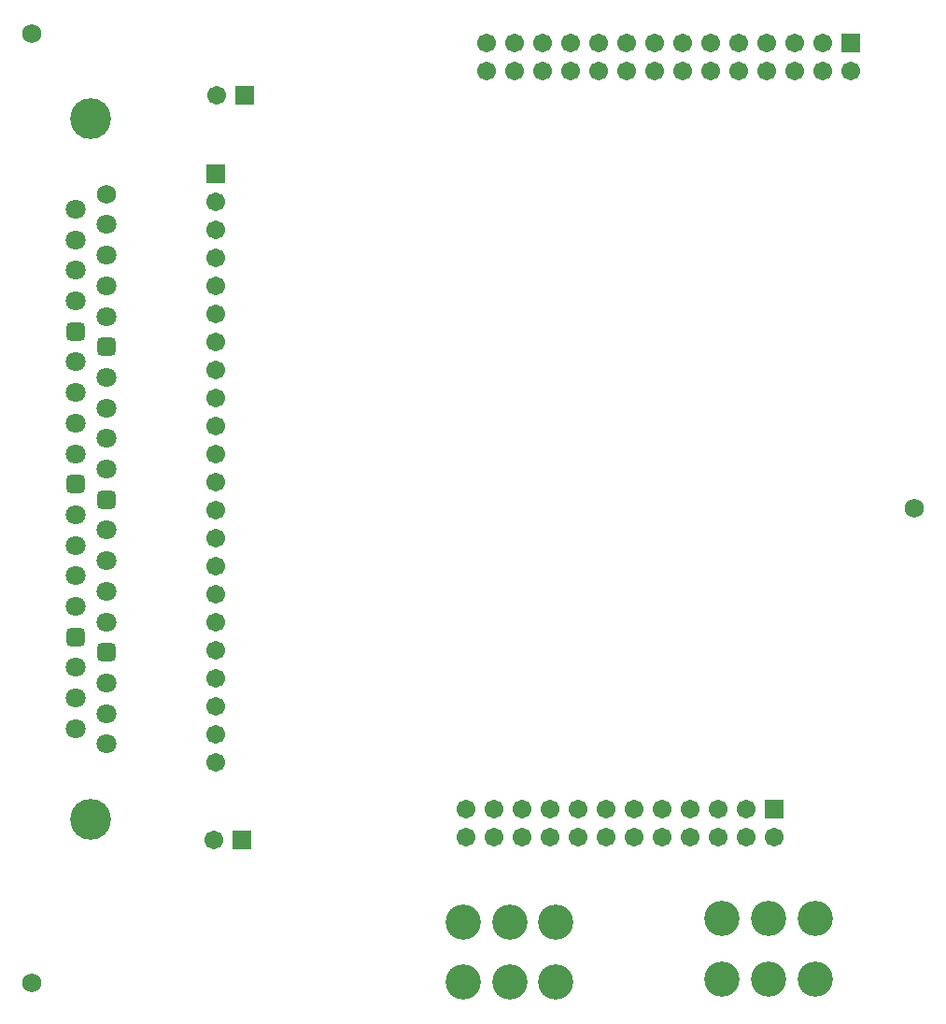
<source format=gts>
G04*
G04 #@! TF.GenerationSoftware,Altium Limited,Altium Designer,18.0.9 (584)*
G04*
G04 Layer_Color=8388736*
%FSLAX44Y44*%
%MOMM*%
G71*
G01*
G75*
%ADD13C,1.7032*%
%ADD14R,1.7032X1.7032*%
%ADD15C,1.7272*%
%ADD16R,1.7032X1.7032*%
%ADD17C,3.2032*%
%ADD18C,1.8032*%
G04:AMPARAMS|DCode=19|XSize=1.7272mm|YSize=1.7272mm|CornerRadius=0.4826mm|HoleSize=0mm|Usage=FLASHONLY|Rotation=270.000|XOffset=0mm|YOffset=0mm|HoleType=Round|Shape=RoundedRectangle|*
%AMROUNDEDRECTD19*
21,1,1.7272,0.7620,0,0,270.0*
21,1,0.7620,1.7272,0,0,270.0*
1,1,0.9652,-0.3810,-0.3810*
1,1,0.9652,-0.3810,0.3810*
1,1,0.9652,0.3810,0.3810*
1,1,0.9652,0.3810,-0.3810*
%
%ADD19ROUNDEDRECTD19*%
%ADD20C,3.7032*%
D13*
X207460Y844180D02*
D03*
X204920Y169810D02*
D03*
X757016Y891960D02*
D03*
X731616D02*
D03*
X706216D02*
D03*
X680816D02*
D03*
X655416D02*
D03*
X630016D02*
D03*
X604616D02*
D03*
X579216D02*
D03*
X553816D02*
D03*
X528416D02*
D03*
X503016D02*
D03*
X477616D02*
D03*
X452216D02*
D03*
X782416Y866560D02*
D03*
X757016D02*
D03*
X731616D02*
D03*
X706216D02*
D03*
X680816D02*
D03*
X655416D02*
D03*
X630016D02*
D03*
X604616D02*
D03*
X579216D02*
D03*
X553816D02*
D03*
X528416D02*
D03*
X503016D02*
D03*
X477616D02*
D03*
X452216D02*
D03*
X713074Y171870D02*
D03*
X687674Y197270D02*
D03*
Y171870D02*
D03*
X662274Y197270D02*
D03*
Y171870D02*
D03*
X636874Y197270D02*
D03*
Y171870D02*
D03*
X611474Y197270D02*
D03*
Y171870D02*
D03*
X586074Y197270D02*
D03*
Y171870D02*
D03*
X560674Y197270D02*
D03*
Y171870D02*
D03*
X535274Y197270D02*
D03*
Y171870D02*
D03*
X509874Y197270D02*
D03*
Y171870D02*
D03*
X484474Y197270D02*
D03*
Y171870D02*
D03*
X459074Y197270D02*
D03*
Y171870D02*
D03*
X433674Y197270D02*
D03*
Y171870D02*
D03*
X206190Y239660D02*
D03*
Y265060D02*
D03*
Y290460D02*
D03*
Y315860D02*
D03*
Y341260D02*
D03*
Y366660D02*
D03*
Y392060D02*
D03*
Y417460D02*
D03*
Y442860D02*
D03*
Y468260D02*
D03*
Y493660D02*
D03*
Y519060D02*
D03*
Y544460D02*
D03*
Y569860D02*
D03*
Y595260D02*
D03*
Y620660D02*
D03*
Y646060D02*
D03*
Y671460D02*
D03*
Y696860D02*
D03*
Y722260D02*
D03*
Y747660D02*
D03*
D14*
X232860Y844180D02*
D03*
X230320Y169810D02*
D03*
X782416Y891960D02*
D03*
X713074Y197270D02*
D03*
D15*
X840000Y470000D02*
D03*
X40000Y900000D02*
D03*
Y40000D02*
D03*
X107638Y754980D02*
D03*
D16*
X206190Y773060D02*
D03*
D17*
X707840Y98210D02*
D03*
Y43985D02*
D03*
X750015Y98210D02*
D03*
X665665Y43985D02*
D03*
Y98210D02*
D03*
X750015Y43985D02*
D03*
X472890Y95285D02*
D03*
Y41060D02*
D03*
X515065Y95285D02*
D03*
X430715Y41060D02*
D03*
Y95285D02*
D03*
X515065Y41060D02*
D03*
D18*
X107638Y256632D02*
D03*
X79190Y270602D02*
D03*
Y298288D02*
D03*
Y325974D02*
D03*
X107638Y312004D02*
D03*
Y395062D02*
D03*
X79190Y381346D02*
D03*
Y409032D02*
D03*
X107638Y422748D02*
D03*
Y367376D02*
D03*
Y450434D02*
D03*
X79190Y464404D02*
D03*
X107638Y533492D02*
D03*
X79190Y547462D02*
D03*
Y519776D02*
D03*
X107638Y561178D02*
D03*
X79190Y575148D02*
D03*
Y602834D02*
D03*
X107638Y644236D02*
D03*
Y699608D02*
D03*
Y671922D02*
D03*
X79190Y685892D02*
D03*
Y713578D02*
D03*
X107638Y727294D02*
D03*
Y284318D02*
D03*
Y588864D02*
D03*
X79190Y436718D02*
D03*
X107638Y505806D02*
D03*
X79190Y741264D02*
D03*
Y658206D02*
D03*
D19*
X107638Y339690D02*
D03*
Y478120D02*
D03*
X79190Y492090D02*
D03*
Y630520D02*
D03*
X107638Y616550D02*
D03*
X79190Y353660D02*
D03*
D20*
X93414Y188306D02*
D03*
Y823306D02*
D03*
M02*

</source>
